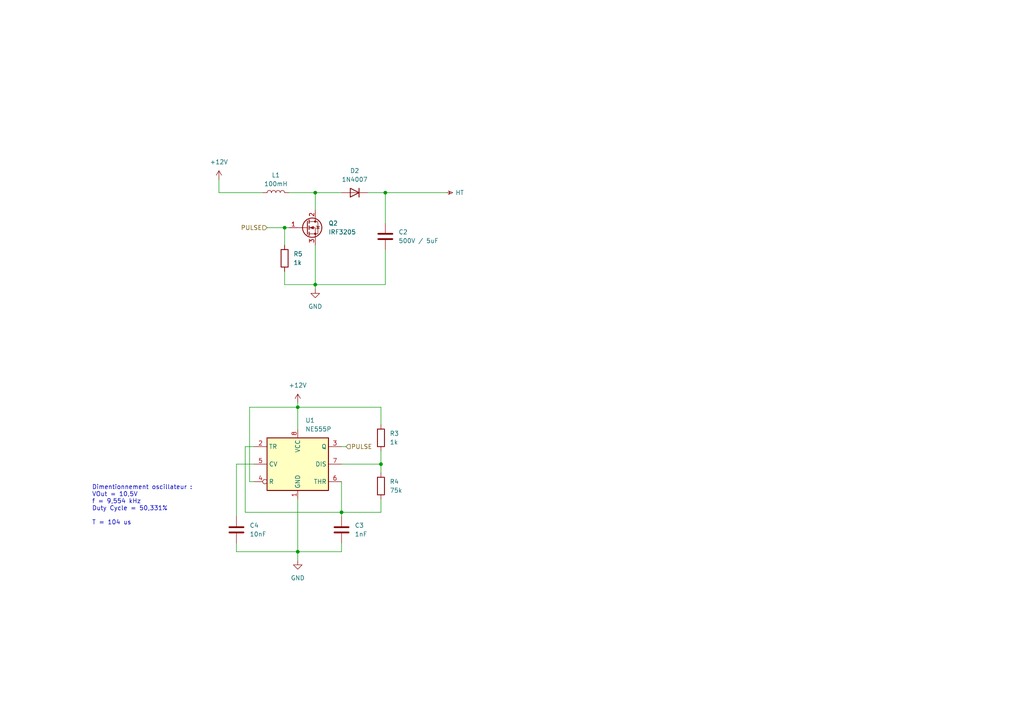
<source format=kicad_sch>
(kicad_sch (version 20230121) (generator eeschema)
  (paper "A4")
  (lib_symbols
    (symbol "Device:C" (pin_numbers hide) (pin_names (offset 0.254))
      (property "Reference" "C" (at 0.635 2.54 0))
      (property "Value" "C" (at 0.635 -2.54 0))
      (symbol "C_0_1"
        (polyline (pts (xy -2.032 -0.762) (xy 2.032 -0.762)) (stroke (width 0.508)))
        (polyline (pts (xy -2.032 0.762) (xy 2.032 0.762)) (stroke (width 0.508)))
      )
      (symbol "C_1_1"
        (pin passive line (at 0 3.81 270) (length 2.794) (name "~") (number "1"))
        (pin passive line (at 0 -3.81 90) (length 2.794) (name "~") (number "2"))
      )
    )
    (symbol "Device:L" (pin_numbers hide) (pin_names (offset 1.016) hide)
      (property "Reference" "L" (at -1.27 0 90))
      (property "Value" "L" (at 1.905 0 90))
      (symbol "L_0_1"
        (arc (start 0 -2.54) (mid 0.6323 -1.905) (end 0 -1.27))
        (arc (start 0 -1.27) (mid 0.6323 -0.635) (end 0 0))
        (arc (start 0 0) (mid 0.6323 0.635) (end 0 1.27))
        (arc (start 0 1.27) (mid 0.6323 1.905) (end 0 2.54))
      )
      (symbol "L_1_1"
        (pin passive line (at 0 3.81 270) (length 1.27) (name "1") (number "1"))
        (pin passive line (at 0 -3.81 90) (length 1.27) (name "2") (number "2"))
      )
    )
    (symbol "Device:R" (pin_numbers hide) (pin_names (offset 0))
      (property "Reference" "R" (at 2.032 0 90))
      (property "Value" "R" (at 0 0 90))
      (symbol "R_0_1"
        (rectangle (start -1.016 -2.54) (end 1.016 2.54) (stroke (width 0.254)))
      )
      (symbol "R_1_1"
        (pin passive line (at 0 3.81 270) (length 1.27) (name "~") (number "1"))
        (pin passive line (at 0 -3.81 90) (length 1.27) (name "~") (number "2"))
      )
    )
    (symbol "Diode:1N4007" (pin_numbers hide) (pin_names hide)
      (property "Reference" "D" (at 0 2.54 0))
      (property "Value" "1N4007" (at 0 -2.54 0))
      (symbol "1N4007_0_1"
        (polyline (pts (xy -1.27 1.27) (xy -1.27 -1.27)) (stroke (width 0.254)))
        (polyline (pts (xy 1.27 0) (xy -1.27 0)))
        (polyline (pts (xy 1.27 1.27) (xy 1.27 -1.27) (xy -1.27 0) (xy 1.27 1.27)) (stroke (width 0.254)))
      )
      (symbol "1N4007_1_1"
        (pin passive line (at -3.81 0 0) (length 2.54) (name "K") (number "1"))
        (pin passive line (at 3.81 0 180) (length 2.54) (name "A") (number "2"))
      )
    )
    (symbol "Timer:NE555P"
      (property "Reference" "U" (at -10.16 8.89 0))
      (property "Value" "NE555P" (at 2.54 8.89 0))
      (symbol "NE555P_0_0"
        (pin power_in line (at 0 -10.16 90) (length 2.54) (name "GND") (number "1"))
        (pin power_in line (at 0 10.16 270) (length 2.54) (name "VCC") (number "8"))
      )
      (symbol "NE555P_0_1"
        (rectangle (start -8.89 -7.62) (end 8.89 7.62) (stroke (width 0.254)) (fill (type background)))
        (rectangle (start -8.89 -7.62) (end 8.89 7.62) (stroke (width 0.254)) (fill (type background)))
      )
      (symbol "NE555P_1_1"
        (pin input line (at -12.7 5.08 0) (length 3.81) (name "TR") (number "2"))
        (pin output line (at 12.7 5.08 180) (length 3.81) (name "Q") (number "3"))
        (pin input inverted (at -12.7 -5.08 0) (length 3.81) (name "R") (number "4"))
        (pin input line (at -12.7 0 0) (length 3.81) (name "CV") (number "5"))
        (pin input line (at 12.7 -5.08 180) (length 3.81) (name "THR") (number "6"))
        (pin input line (at 12.7 0 180) (length 3.81) (name "DIS") (number "7"))
      )
    )
    (symbol "Transistor_FET:IRF3205" (pin_names hide)
      (property "Reference" "Q" (at 6.35 1.905 0))
      (property "Value" "IRF3205" (at 6.35 0 0))
      (symbol "IRF3205_0_1"
        (polyline (pts (xy 0.254 0) (xy -2.54 0)))
        (polyline (pts (xy 0.254 1.905) (xy 0.254 -1.905)) (stroke (width 0.254)))
        (polyline (pts (xy 0.762 -1.27) (xy 0.762 -2.286)) (stroke (width 0.254)))
        (polyline (pts (xy 0.762 0.508) (xy 0.762 -0.508)) (stroke (width 0.254)))
        (polyline (pts (xy 0.762 2.286) (xy 0.762 1.27)) (stroke (width 0.254)))
        (polyline (pts (xy 2.54 2.54) (xy 2.54 1.778)))
        (polyline (pts (xy 2.54 -2.54) (xy 2.54 0) (xy 0.762 0)))
        (polyline (pts (xy 0.762 -1.778) (xy 3.302 -1.778) (xy 3.302 1.778) (xy 0.762 1.778)))
        (polyline (pts (xy 1.016 0) (xy 2.032 0.381) (xy 2.032 -0.381) (xy 1.016 0)) (fill (type outline)))
        (polyline (pts (xy 2.794 0.508) (xy 2.921 0.381) (xy 3.683 0.381) (xy 3.81 0.254)))
        (polyline (pts (xy 3.302 0.381) (xy 2.921 -0.254) (xy 3.683 -0.254) (xy 3.302 0.381)))
        (circle (center 1.651 0) (radius 2.794) (stroke (width 0.254)))
        (circle (center 2.54 -1.778) (radius 0.254) (fill (type outline)))
        (circle (center 2.54 1.778) (radius 0.254) (fill (type outline)))
      )
      (symbol "IRF3205_1_1"
        (pin input line (at -5.08 0 0) (length 2.54) (name "G") (number "1"))
        (pin passive line (at 2.54 5.08 270) (length 2.54) (name "D") (number "2"))
        (pin passive line (at 2.54 -5.08 90) (length 2.54) (name "S") (number "3"))
      )
    )
    (symbol "power:+12V" (power) (pin_names (offset 0))
      (property "Value" "+12V" (at 0 3.556 0))
      (symbol "+12V_0_1"
        (polyline (pts (xy -0.762 1.27) (xy 0 2.54)))
        (polyline (pts (xy 0 0) (xy 0 2.54)))
        (polyline (pts (xy 0 2.54) (xy 0.762 1.27)))
      )
      (symbol "+12V_1_1"
        (pin power_in line (at 0 0 90) (length 0) hide (name "+12V") (number "1"))
      )
    )
    (symbol "power:GND" (power) (pin_names (offset 0))
      (property "Value" "GND" (at 0 -3.81 0))
      (symbol "GND_0_1"
        (polyline (pts (xy 0 0) (xy 0 -1.27) (xy 1.27 -1.27) (xy 0 -2.54) (xy -1.27 -1.27) (xy 0 -1.27)))
      )
      (symbol "GND_1_1"
        (pin power_in line (at 0 0 270) (length 0) hide (name "GND") (number "1"))
      )
    )
    (symbol "power:HT" (power) (pin_names (offset 0))
      (property "Value" "HT" (at 0 2.286 0))
      (symbol "HT_0_0"
        (pin power_in line (at 0 0 90) (length 0) hide (name "HT") (number "1"))
      )
      (symbol "HT_0_1"
        (polyline (pts (xy 0 0) (xy 0 1.016) (xy 0 1.016)))
        (polyline (pts (xy 0 1.016) (xy 0.508 0.508) (xy 0 1.778) (xy -0.508 0.508) (xy 0 1.016) (xy 0 1.016)))
      )
    )
  )
  (junction (at 110.49 134.62))
  (junction (at 91.44 55.88))
  (junction (at 99.06 148.59))
  (junction (at 82.55 66.04))
  (junction (at 91.44 82.55))
  (junction (at 111.76 55.88))
  (junction (at 86.36 118.11))
  (junction (at 86.36 160.02))
  (wire (pts (xy 73.66 129.54) (xy 71.12 129.54)))
  (wire (pts (xy 71.12 129.54) (xy 71.12 148.59)))
  (wire (pts (xy 82.55 78.74) (xy 82.55 82.55)))
  (wire (pts (xy 99.06 149.86) (xy 99.06 148.59)))
  (wire (pts (xy 86.36 160.02) (xy 86.36 162.56)))
  (wire (pts (xy 99.06 148.59) (xy 110.49 148.59)))
  (wire (pts (xy 82.55 66.04) (xy 83.82 66.04)))
  (wire (pts (xy 68.58 134.62) (xy 68.58 149.86)))
  (wire (pts (xy 82.55 82.55) (xy 91.44 82.55)))
  (wire (pts (xy 111.76 72.39) (xy 111.76 82.55)))
  (wire (pts (xy 63.5 55.88) (xy 63.5 52.07)))
  (wire (pts (xy 110.49 118.11) (xy 86.36 118.11)))
  (wire (pts (xy 73.66 134.62) (xy 68.58 134.62)))
  (wire (pts (xy 76.2 55.88) (xy 63.5 55.88)))
  (wire (pts (xy 110.49 144.78) (xy 110.49 148.59)))
  (wire (pts (xy 68.58 157.48) (xy 68.58 160.02)))
  (wire (pts (xy 91.44 55.88) (xy 91.44 60.96)))
  (wire (pts (xy 99.06 139.7) (xy 99.06 148.59)))
  (wire (pts (xy 72.39 118.11) (xy 72.39 139.7)))
  (wire (pts (xy 77.47 66.04) (xy 82.55 66.04)))
  (wire (pts (xy 106.68 55.88) (xy 111.76 55.88)))
  (wire (pts (xy 111.76 82.55) (xy 91.44 82.55)))
  (wire (pts (xy 91.44 71.12) (xy 91.44 82.55)))
  (wire (pts (xy 82.55 66.04) (xy 82.55 71.12)))
  (wire (pts (xy 99.06 160.02) (xy 86.36 160.02)))
  (wire (pts (xy 83.82 55.88) (xy 91.44 55.88)))
  (wire (pts (xy 111.76 55.88) (xy 129.54 55.88)))
  (wire (pts (xy 91.44 55.88) (xy 99.06 55.88)))
  (wire (pts (xy 72.39 118.11) (xy 86.36 118.11)))
  (wire (pts (xy 99.06 129.54) (xy 100.33 129.54)))
  (wire (pts (xy 86.36 118.11) (xy 86.36 124.46)))
  (wire (pts (xy 110.49 134.62) (xy 99.06 134.62)))
  (wire (pts (xy 111.76 55.88) (xy 111.76 64.77)))
  (wire (pts (xy 68.58 160.02) (xy 86.36 160.02)))
  (wire (pts (xy 86.36 116.84) (xy 86.36 118.11)))
  (wire (pts (xy 86.36 144.78) (xy 86.36 160.02)))
  (wire (pts (xy 110.49 137.16) (xy 110.49 134.62)))
  (wire (pts (xy 110.49 123.19) (xy 110.49 118.11)))
  (wire (pts (xy 110.49 130.81) (xy 110.49 134.62)))
  (wire (pts (xy 99.06 148.59) (xy 71.12 148.59)))
  (wire (pts (xy 72.39 139.7) (xy 73.66 139.7)))
  (wire (pts (xy 91.44 82.55) (xy 91.44 83.82)))
  (wire (pts (xy 99.06 157.48) (xy 99.06 160.02)))
  (text "Dimentionnement oscillateur :\nVOut = 10,5V\nf = 9,554 kHz\nDuty Cycle = 50,331%\n\nT = 104 us\n" (at 26.67 152.4 0) (effects (font (size 1.27 1.27)) (justify left bottom)))
  (hierarchical_label "PULSE" (shape input) (at 77.47 66.04 180))
  (hierarchical_label "PULSE" (shape input) (at 100.33 129.54 0))
  (symbol (lib_id "Device:R") (at 82.55 74.93 0) (unit 1)
    (property "Reference" "R5" (at 85.09 73.66 0) (effects (justify left)))
    (property "Value" "1k" (at 85.09 76.2 0) (effects (justify left)))
    (property "Footprint" "Resistor_THT:R_Axial_DIN0204_L3.6mm_D1.6mm_P5.08mm_Horizontal" (effects hide))
  )
  (symbol (lib_id "Diode:1N4007") (at 102.87 55.88 180) (unit 1)
    (property "Reference" "D2" (at 102.87 49.53 0))
    (property "Value" "1N4007" (at 102.87 52.07 0))
    (property "Footprint" "Diode_THT:D_DO-41_SOD81_P10.16mm_Horizontal" (effects hide))
    (property "Datasheet" "http://www.vishay.com/docs/88503/1n4001.pdf" (effects hide))
    (property "Sim.Device" "D" (effects hide))
    (property "Sim.Pins" "1=K 2=A" (effects hide))
  )
  (symbol (lib_id "power:GND") (at 91.44 83.82 0) (unit 1)
    (property "Reference" "#PWR05" (effects hide))
    (property "Value" "GND" (at 91.44 88.9 0))
  )
  (symbol (lib_id "Device:C") (at 68.58 153.67 0) (unit 1)
    (property "Reference" "C4" (at 72.39 152.4 0) (effects (justify left)))
    (property "Value" "10nF" (at 72.39 154.94 0) (effects (justify left)))
    (property "Footprint" "Capacitor_THT:C_Axial_L5.1mm_D3.1mm_P10.00mm_Horizontal" (effects hide))
  )
  (symbol (lib_id "power:+12V") (at 86.36 116.84 0) (unit 1)
    (property "Reference" "#PWR07" (effects hide))
    (property "Value" "+12V" (at 86.36 111.76 0))
  )
  (symbol (lib_id "Device:R") (at 110.49 127 0) (unit 1)
    (property "Reference" "R3" (at 113.03 125.73 0) (effects (justify left)))
    (property "Value" "1k" (at 113.03 128.27 0) (effects (justify left)))
    (property "Footprint" "Resistor_THT:R_Axial_DIN0204_L3.6mm_D1.6mm_P5.08mm_Horizontal" (effects hide))
  )
  (symbol (lib_id "Timer:NE555P") (at 86.36 134.62 0) (unit 1)
    (property "Reference" "U1" (at 88.5541 121.92 0) (effects (justify left)))
    (property "Value" "NE555P" (at 88.5541 124.46 0) (effects (justify left)))
    (property "Footprint" "Package_DIP:DIP-8_W7.62mm" (effects hide))
    (property "Datasheet" "http://www.ti.com/lit/ds/symlink/ne555.pdf" (effects hide))
  )
  (symbol (lib_id "power:+12V") (at 63.5 52.07 0) (unit 1)
    (property "Reference" "#PWR03" (effects hide))
    (property "Value" "+12V" (at 63.5 46.99 0))
  )
  (symbol (lib_id "Device:C") (at 99.06 153.67 0) (unit 1)
    (property "Reference" "C3" (at 102.87 152.4 0) (effects (justify left)))
    (property "Value" "1nF" (at 102.87 154.94 0) (effects (justify left)))
    (property "Footprint" "Capacitor_THT:C_Axial_L5.1mm_D3.1mm_P10.00mm_Horizontal" (effects hide))
  )
  (symbol (lib_id "Device:C") (at 111.76 68.58 0) (unit 1)
    (property "Reference" "C2" (at 115.57 67.31 0) (effects (justify left)))
    (property "Value" "500V / 5uF" (at 115.57 69.85 0) (effects (justify left)))
  )
  (symbol (lib_id "Transistor_FET:IRF3205") (at 88.9 66.04 0) (unit 1)
    (property "Reference" "Q2" (at 95.25 64.77 0) (effects (justify left)))
    (property "Value" "IRF3205" (at 95.25 67.31 0) (effects (justify left)))
    (property "Footprint" "Package_TO_SOT_THT:TO-220-3_Vertical" (effects hide))
    (property "Datasheet" "http://www.irf.com/product-info/datasheets/data/irf3205.pdf" (effects hide))
  )
  (symbol (lib_id "power:GND") (at 86.36 162.56 0) (unit 1)
    (property "Reference" "#PWR06" (effects hide))
    (property "Value" "GND" (at 86.36 167.64 0))
  )
  (symbol (lib_id "Device:R") (at 110.49 140.97 0) (unit 1)
    (property "Reference" "R4" (at 113.03 139.7 0) (effects (justify left)))
    (property "Value" "75k" (at 113.03 142.24 0) (effects (justify left)))
    (property "Footprint" "Resistor_THT:R_Axial_DIN0204_L3.6mm_D1.6mm_P5.08mm_Horizontal" (effects hide))
  )
  (symbol (lib_id "power:HT") (at 129.54 55.88 270) (unit 1)
    (property "Reference" "#PWR04" (effects hide))
    (property "Value" "HT" (at 132.08 55.88 90) (effects (justify left)))
  )
  (symbol (lib_id "Device:L") (at 80.01 55.88 90) (unit 1)
    (property "Reference" "L1" (at 80.01 50.8 90))
    (property "Value" "100mH" (at 80.01 53.34 90))
  )
)
</source>
